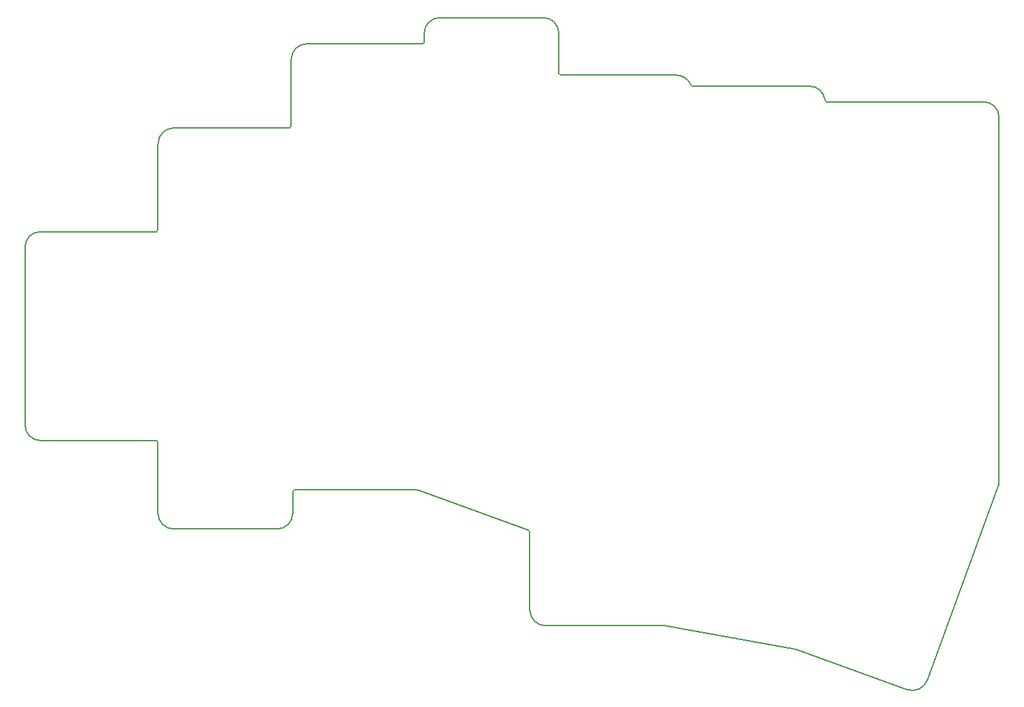
<source format=gbr>
G04 #@! TF.GenerationSoftware,KiCad,Pcbnew,8.0.2-1*
G04 #@! TF.CreationDate,2024-07-27T23:17:35+01:00*
G04 #@! TF.ProjectId,pcb__raven-split-38key__choc-hotswap-n!n,7063625f-5f72-4617-9665-6e2d73706c69,0.1*
G04 #@! TF.SameCoordinates,Original*
G04 #@! TF.FileFunction,Profile,NP*
%FSLAX46Y46*%
G04 Gerber Fmt 4.6, Leading zero omitted, Abs format (unit mm)*
G04 Created by KiCad (PCBNEW 8.0.2-1) date 2024-07-27 23:17:35*
%MOMM*%
%LPD*%
G01*
G04 APERTURE LIST*
G04 #@! TA.AperFunction,Profile*
%ADD10C,0.150000*%
G04 #@! TD*
G04 APERTURE END LIST*
D10*
X90870700Y-47465700D02*
X76070700Y-47465700D01*
X123270700Y-51465700D02*
X108470700Y-51465700D01*
X106270700Y-44115700D02*
X93070700Y-44115700D01*
X57070700Y-98365700D02*
X57070700Y-107465700D01*
X74270700Y-107465700D02*
X74270700Y-104665700D01*
X104370700Y-109615700D02*
G75*
G02*
X104570700Y-109915700I-163100J-325400D01*
G01*
X121720700Y-121815700D02*
X138545756Y-124810697D01*
X108270700Y-51265700D02*
X108270700Y-46115700D01*
X40070699Y-73465700D02*
X40070700Y-96165699D01*
X42070700Y-98165700D02*
G75*
G02*
X40070700Y-96165699I0J2000000D01*
G01*
X125320700Y-52865700D02*
G75*
G02*
X125120723Y-52715693I0J208300D01*
G01*
X106270700Y-44115700D02*
G75*
G02*
X108270700Y-46115700I0J-2000000D01*
G01*
X121670700Y-121815700D02*
X121720700Y-121815700D01*
X74270700Y-104665700D02*
G75*
G02*
X74470700Y-104465700I200000J0D01*
G01*
X73870700Y-58215700D02*
X59070700Y-58215700D01*
X74070700Y-49465700D02*
G75*
G02*
X76070700Y-47465700I2000000J0D01*
G01*
X56870700Y-71465700D02*
X42070700Y-71465700D01*
X152762431Y-129980753D02*
X138545756Y-124810697D01*
X59070700Y-109465700D02*
G75*
G02*
X57070700Y-107465700I0J2000000D01*
G01*
X123270700Y-51465700D02*
G75*
G02*
X125120700Y-52715700I0J-1994000D01*
G01*
X155325857Y-128785408D02*
G75*
G02*
X152762440Y-129980729I-1879257J683808D01*
G01*
X104570700Y-119815700D02*
X104570700Y-109915700D01*
X74470700Y-104465700D02*
X89945700Y-104440700D01*
X106570700Y-121815700D02*
X121670700Y-121815700D01*
X57070700Y-71265700D02*
G75*
G02*
X56870700Y-71465700I-200000J0D01*
G01*
X40070699Y-73465700D02*
G75*
G02*
X42070700Y-71465699I2000001J0D01*
G01*
X140270700Y-52865700D02*
X125320700Y-52865700D01*
X164492247Y-103542106D02*
G75*
G02*
X164452250Y-103748860I-366247J-36394D01*
G01*
X162506486Y-54865700D02*
G75*
G02*
X164506500Y-56865700I14J-2000000D01*
G01*
X164492247Y-103542106D02*
X164506486Y-56865700D01*
X104370700Y-109615700D02*
X90370700Y-104520154D01*
X91070700Y-46115700D02*
X91070700Y-47265700D01*
X59070700Y-109465700D02*
X72270700Y-109465700D01*
X74070700Y-49465700D02*
X74070700Y-58015700D01*
X91070700Y-46115700D02*
G75*
G02*
X93070700Y-44115700I2000000J0D01*
G01*
X142470700Y-54865700D02*
G75*
G02*
X142270700Y-54665700I0J200000D01*
G01*
X74070700Y-58015700D02*
G75*
G02*
X73870700Y-58215700I-200000J0D01*
G01*
X74270700Y-107465700D02*
G75*
G02*
X72270700Y-109465700I-2000000J0D01*
G01*
X140270700Y-52865700D02*
G75*
G02*
X142270690Y-54665701I0J-2011100D01*
G01*
X106570700Y-121815700D02*
G75*
G02*
X104570700Y-119815700I0J2000000D01*
G01*
X89945700Y-104440700D02*
G75*
G02*
X90370693Y-104520172I-2300J-1188400D01*
G01*
X142470700Y-54865700D02*
X162506486Y-54865700D01*
X91070700Y-47265700D02*
G75*
G02*
X90870700Y-47465700I-200000J0D01*
G01*
X56870700Y-98165700D02*
G75*
G02*
X57070700Y-98365700I0J-200000D01*
G01*
X108470700Y-51465700D02*
G75*
G02*
X108270700Y-51265700I0J200000D01*
G01*
X164452247Y-103748859D02*
X155325857Y-128785408D01*
X57070700Y-60215700D02*
G75*
G02*
X59070700Y-58215700I2000000J0D01*
G01*
X42070700Y-98165700D02*
X56870700Y-98165700D01*
X57070700Y-60215700D02*
X57070700Y-71265700D01*
M02*

</source>
